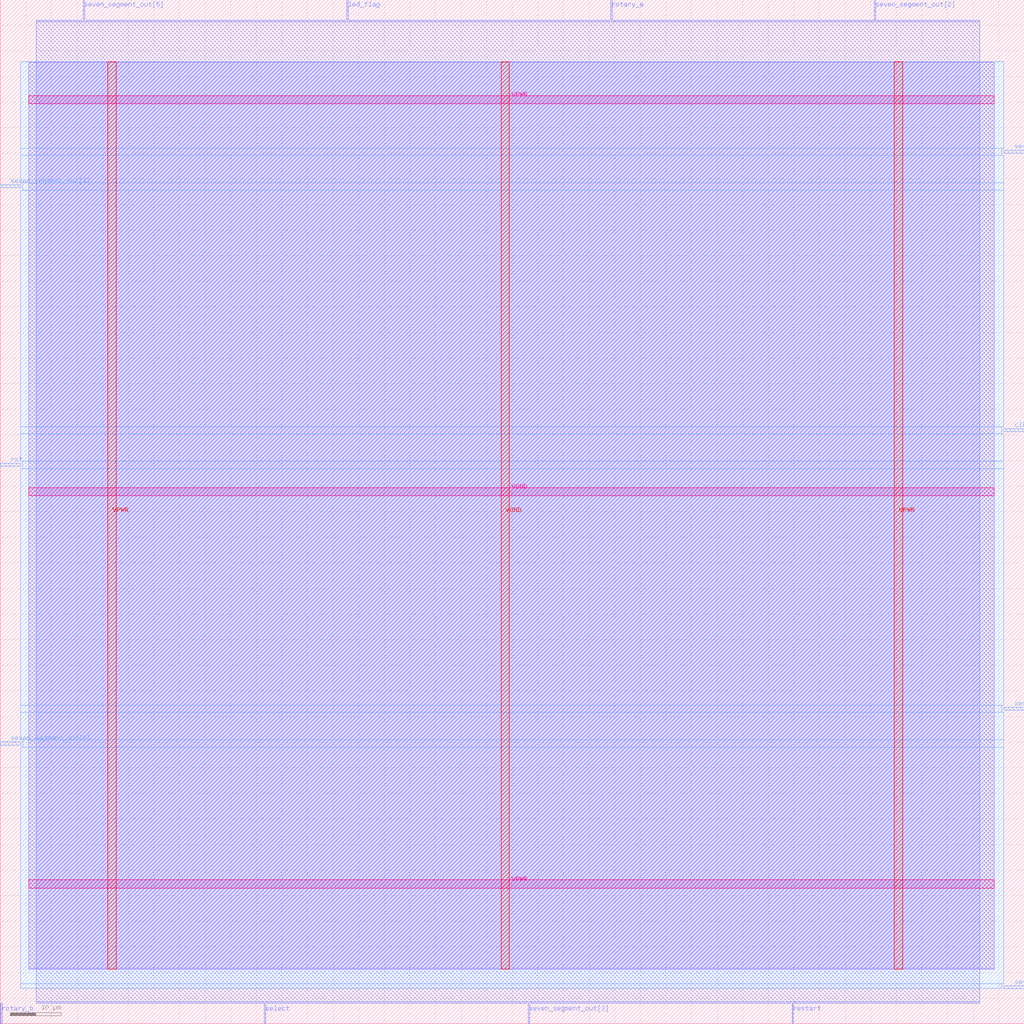
<source format=lef>
VERSION 5.7 ;
  NOWIREEXTENSIONATPIN ON ;
  DIVIDERCHAR "/" ;
  BUSBITCHARS "[]" ;
MACRO PrimitiveCalculator
  CLASS BLOCK ;
  FOREIGN PrimitiveCalculator ;
  ORIGIN 0.000 0.000 ;
  SIZE 200.000 BY 200.000 ;
  PIN VGND
    DIRECTION INPUT ;
    USE GROUND ;
    PORT
      LAYER met5 ;
        RECT 5.520 103.080 194.120 104.680 ;
    END
    PORT
      LAYER met4 ;
        RECT 97.840 10.640 99.440 187.920 ;
    END
  END VGND
  PIN VPWR
    DIRECTION INPUT ;
    USE POWER ;
    PORT
      LAYER met5 ;
        RECT 5.520 26.490 194.120 28.090 ;
    END
    PORT
      LAYER met5 ;
        RECT 5.520 179.670 194.120 181.270 ;
    END
    PORT
      LAYER met4 ;
        RECT 21.040 10.640 22.640 187.920 ;
    END
    PORT
      LAYER met4 ;
        RECT 174.640 10.640 176.240 187.920 ;
    END
  END VPWR
  PIN clk
    DIRECTION INPUT ;
    USE SIGNAL ;
    PORT
      LAYER met3 ;
        RECT 196.000 115.640 200.000 116.240 ;
    END
  END clk
  PIN led_flag
    DIRECTION OUTPUT TRISTATE ;
    USE SIGNAL ;
    PORT
      LAYER met2 ;
        RECT 67.710 196.000 67.990 200.000 ;
    END
  END led_flag
  PIN restart
    DIRECTION INPUT ;
    USE SIGNAL ;
    PORT
      LAYER met2 ;
        RECT 154.650 0.000 154.930 4.000 ;
    END
  END restart
  PIN rotary_a
    DIRECTION INPUT ;
    USE SIGNAL ;
    PORT
      LAYER met2 ;
        RECT 119.230 196.000 119.510 200.000 ;
    END
  END rotary_a
  PIN rotary_b
    DIRECTION INPUT ;
    USE SIGNAL ;
    PORT
      LAYER met2 ;
        RECT 0.090 0.000 0.370 4.000 ;
    END
  END rotary_b
  PIN rst
    DIRECTION INPUT ;
    USE SIGNAL ;
    PORT
      LAYER met3 ;
        RECT 0.000 108.840 4.000 109.440 ;
    END
  END rst
  PIN select
    DIRECTION INPUT ;
    USE SIGNAL ;
    PORT
      LAYER met2 ;
        RECT 51.610 0.000 51.890 4.000 ;
    END
  END select
  PIN seven_segment_digit
    DIRECTION OUTPUT TRISTATE ;
    USE SIGNAL ;
    PORT
      LAYER met3 ;
        RECT 196.000 6.840 200.000 7.440 ;
    END
  END seven_segment_digit
  PIN seven_segment_out[0]
    DIRECTION OUTPUT TRISTATE ;
    USE SIGNAL ;
    PORT
      LAYER met3 ;
        RECT 0.000 54.440 4.000 55.040 ;
    END
  END seven_segment_out[0]
  PIN seven_segment_out[1]
    DIRECTION OUTPUT TRISTATE ;
    USE SIGNAL ;
    PORT
      LAYER met3 ;
        RECT 196.000 170.040 200.000 170.640 ;
    END
  END seven_segment_out[1]
  PIN seven_segment_out[2]
    DIRECTION OUTPUT TRISTATE ;
    USE SIGNAL ;
    PORT
      LAYER met2 ;
        RECT 170.750 196.000 171.030 200.000 ;
    END
  END seven_segment_out[2]
  PIN seven_segment_out[3]
    DIRECTION OUTPUT TRISTATE ;
    USE SIGNAL ;
    PORT
      LAYER met2 ;
        RECT 103.130 0.000 103.410 4.000 ;
    END
  END seven_segment_out[3]
  PIN seven_segment_out[4]
    DIRECTION OUTPUT TRISTATE ;
    USE SIGNAL ;
    PORT
      LAYER met3 ;
        RECT 0.000 163.240 4.000 163.840 ;
    END
  END seven_segment_out[4]
  PIN seven_segment_out[5]
    DIRECTION OUTPUT TRISTATE ;
    USE SIGNAL ;
    PORT
      LAYER met2 ;
        RECT 16.190 196.000 16.470 200.000 ;
    END
  END seven_segment_out[5]
  PIN seven_segment_out[6]
    DIRECTION OUTPUT TRISTATE ;
    USE SIGNAL ;
    PORT
      LAYER met3 ;
        RECT 196.000 61.240 200.000 61.840 ;
    END
  END seven_segment_out[6]
  OBS
      LAYER li1 ;
        RECT 5.520 10.795 194.120 187.765 ;
      LAYER met1 ;
        RECT 5.520 10.640 194.120 187.920 ;
      LAYER met2 ;
        RECT 6.990 195.720 15.910 196.000 ;
        RECT 16.750 195.720 67.430 196.000 ;
        RECT 68.270 195.720 118.950 196.000 ;
        RECT 119.790 195.720 170.470 196.000 ;
        RECT 171.310 195.720 191.260 196.000 ;
        RECT 6.990 4.280 191.260 195.720 ;
        RECT 6.990 4.000 51.330 4.280 ;
        RECT 52.170 4.000 102.850 4.280 ;
        RECT 103.690 4.000 154.370 4.280 ;
        RECT 155.210 4.000 191.260 4.280 ;
      LAYER met3 ;
        RECT 4.000 171.040 196.000 187.845 ;
        RECT 4.000 169.640 195.600 171.040 ;
        RECT 4.000 164.240 196.000 169.640 ;
        RECT 4.400 162.840 196.000 164.240 ;
        RECT 4.000 116.640 196.000 162.840 ;
        RECT 4.000 115.240 195.600 116.640 ;
        RECT 4.000 109.840 196.000 115.240 ;
        RECT 4.400 108.440 196.000 109.840 ;
        RECT 4.000 62.240 196.000 108.440 ;
        RECT 4.000 60.840 195.600 62.240 ;
        RECT 4.000 55.440 196.000 60.840 ;
        RECT 4.400 54.040 196.000 55.440 ;
        RECT 4.000 7.840 196.000 54.040 ;
        RECT 4.000 6.975 195.600 7.840 ;
  END
END PrimitiveCalculator
END LIBRARY


</source>
